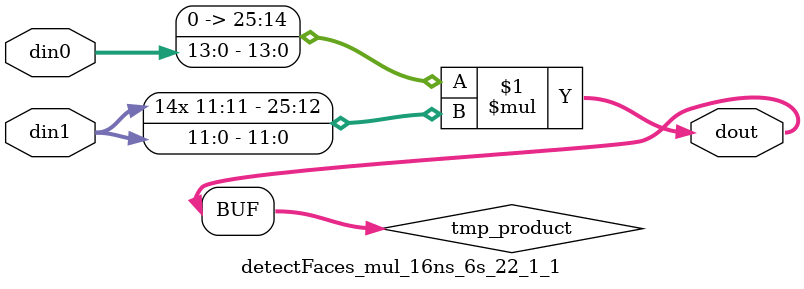
<source format=v>

`timescale 1 ns / 1 ps

  module detectFaces_mul_16ns_6s_22_1_1(din0, din1, dout);
parameter ID = 1;
parameter NUM_STAGE = 0;
parameter din0_WIDTH = 14;
parameter din1_WIDTH = 12;
parameter dout_WIDTH = 26;

input [din0_WIDTH - 1 : 0] din0; 
input [din1_WIDTH - 1 : 0] din1; 
output [dout_WIDTH - 1 : 0] dout;

wire signed [dout_WIDTH - 1 : 0] tmp_product;











assign tmp_product = $signed({1'b0, din0}) * $signed(din1);










assign dout = tmp_product;







endmodule

</source>
